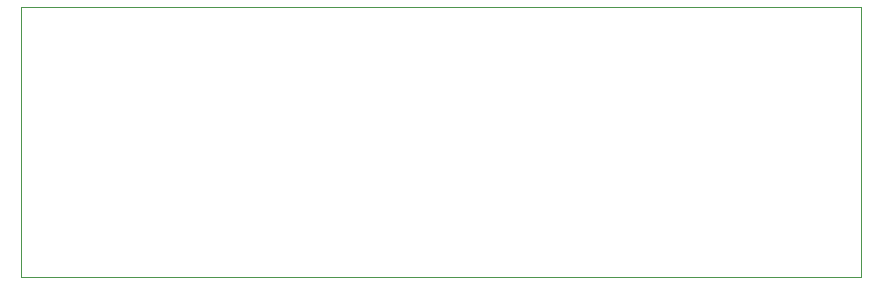
<source format=gm1>
%TF.GenerationSoftware,KiCad,Pcbnew,8.0.7*%
%TF.CreationDate,2025-10-15T10:59:08-04:00*%
%TF.ProjectId,Reflectance_Adapter,5265666c-6563-4746-916e-63655f416461,rev?*%
%TF.SameCoordinates,Original*%
%TF.FileFunction,Profile,NP*%
%FSLAX46Y46*%
G04 Gerber Fmt 4.6, Leading zero omitted, Abs format (unit mm)*
G04 Created by KiCad (PCBNEW 8.0.7) date 2025-10-15 10:59:08*
%MOMM*%
%LPD*%
G01*
G04 APERTURE LIST*
%TA.AperFunction,Profile*%
%ADD10C,0.050000*%
%TD*%
G04 APERTURE END LIST*
D10*
X97942400Y-88849200D02*
X169062400Y-88849200D01*
X169062400Y-111709200D01*
X97942400Y-111709200D01*
X97942400Y-88849200D01*
M02*

</source>
